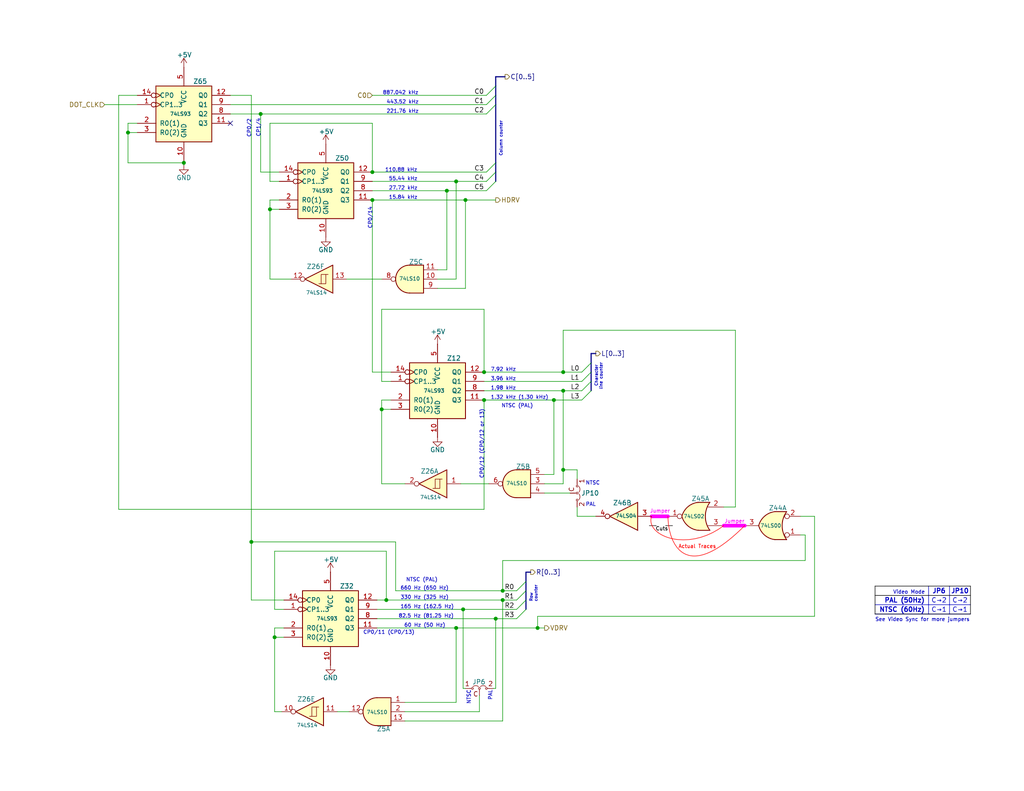
<source format=kicad_sch>
(kicad_sch (version 20250114) (generator "eeschema") (generator_version "9.0")
  (paper "USLetter")
  (title_block (title "TRS-80 Model I Rev HE11E011520") (date "2025-06-15") (rev "E1A") (company "RetroStack - Marcel Erz") (comment 2 "Counters for columns, rows, and character lines") (comment 4 "Video Counter"))
  (lib_symbols
    (symbol "74LS10_1" (pin_names (offset 1.016))
      (property "Reference" "Z5" (at -1.778 -4.699 0))
      (property "Value" "74LS10" (at 0 -0.127 0))
      (symbol "74LS10_1_1_1"
        (pin input line (at -7.62 2.54 0) (length 3.81) (name "~") (number "1"))
        (pin input line (at -7.62 0 0) (length 3.81) (name "~") (number "2"))
        (pin input line (at -7.62 -2.54 0) (length 3.81) (name "~") (number "13"))
        (pin output inverted (at 7.62 0 180) (length 3.81) (name "~") (number "12"))
      )
      (symbol "74LS10_1_1_2"
        (pin input inverted (at -7.62 2.54 0) (length 4.318) (name "~") (number "1"))
        (pin input inverted (at -7.62 0 0) (length 4.953) (name "~") (number "2"))
        (pin input inverted (at -7.62 -2.54 0) (length 4.318) (name "~") (number "13"))
        (pin output line (at 7.62 0 180) (length 3.81) (name "~") (number "12"))
      )
      (symbol "74LS10_1_2_1"
        (pin input line (at -7.62 2.54 0) (length 3.81) (name "~") (number "4"))
        (pin input line (at -7.62 0 0) (length 3.81) (name "~") (number "3"))
        (pin input line (at -7.62 -2.54 0) (length 3.81) (name "~") (number "5"))
        (pin output inverted (at 7.62 0 180) (length 3.81) (name "~") (number "6"))
      )
      (symbol "74LS10_1_2_2"
        (pin input inverted (at -7.62 2.54 0) (length 4.318) (name "~") (number "3"))
        (pin input inverted (at -7.62 0 0) (length 4.953) (name "~") (number "4"))
        (pin input inverted (at -7.62 -2.54 0) (length 4.318) (name "~") (number "5"))
        (pin output line (at 7.62 0 180) (length 3.81) (name "~") (number "6"))
      )
      (symbol "74LS10_1_3_1"
        (pin input line (at -7.62 2.54 0) (length 3.81) (name "~") (number "9"))
        (pin input line (at -7.62 0 0) (length 3.81) (name "~") (number "10"))
        (pin input line (at -7.62 -2.54 0) (length 3.81) (name "~") (number "11"))
        (pin output inverted (at 7.62 0 180) (length 3.81) (name "~") (number "8"))
      )
      (symbol "74LS10_1_3_2"
        (pin input inverted (at -7.62 2.54 0) (length 4.318) (name "~") (number "9"))
        (pin input inverted (at -7.62 0 0) (length 4.953) (name "~") (number "10"))
        (pin input inverted (at -7.62 -2.54 0) (length 4.318) (name "~") (number "11"))
        (pin output line (at 7.62 0 180) (length 3.81) (name "~") (number "8"))
      )
      (symbol "74LS10_1_4_0"
        (pin power_in line (at 0 12.7 270) (length 5.08) (name "VCC") (number "14"))
        (pin power_in line (at 0 -12.7 90) (length 5.08) (name "GND") (number "7"))
      )
    )
    (symbol "74LS10_2" (pin_names (offset 1.016))
      (property "Reference" "Z5" (at -1.778 -4.699 0))
      (property "Value" "74LS10" (at 0 -0.127 0))
      (symbol "74LS10_2_1_1"
        (pin input line (at -7.62 2.54 0) (length 3.81) (name "~") (number "1"))
        (pin input line (at -7.62 0 0) (length 3.81) (name "~") (number "2"))
        (pin input line (at -7.62 -2.54 0) (length 3.81) (name "~") (number "13"))
        (pin output inverted (at 7.62 0 180) (length 3.81) (name "~") (number "12"))
      )
      (symbol "74LS10_2_1_2"
        (pin input inverted (at -7.62 2.54 0) (length 4.318) (name "~") (number "1"))
        (pin input inverted (at -7.62 0 0) (length 4.953) (name "~") (number "2"))
        (pin input inverted (at -7.62 -2.54 0) (length 4.318) (name "~") (number "13"))
        (pin output line (at 7.62 0 180) (length 3.81) (name "~") (number "12"))
      )
      (symbol "74LS10_2_2_1"
        (pin input line (at -7.62 2.54 0) (length 3.81) (name "~") (number "4"))
        (pin input line (at -7.62 0 0) (length 3.81) (name "~") (number "3"))
        (pin input line (at -7.62 -2.54 0) (length 3.81) (name "~") (number "5"))
        (pin output inverted (at 7.62 0 180) (length 3.81) (name "~") (number "6"))
      )
      (symbol "74LS10_2_2_2"
        (pin input inverted (at -7.62 2.54 0) (length 4.318) (name "~") (number "3"))
        (pin input inverted (at -7.62 0 0) (length 4.953) (name "~") (number "4"))
        (pin input inverted (at -7.62 -2.54 0) (length 4.318) (name "~") (number "5"))
        (pin output line (at 7.62 0 180) (length 3.81) (name "~") (number "6"))
      )
      (symbol "74LS10_2_3_1"
        (pin input line (at -7.62 2.54 0) (length 3.81) (name "~") (number "9"))
        (pin input line (at -7.62 0 0) (length 3.81) (name "~") (number "10"))
        (pin input line (at -7.62 -2.54 0) (length 3.81) (name "~") (number "11"))
        (pin output inverted (at 7.62 0 180) (length 3.81) (name "~") (number "8"))
      )
      (symbol "74LS10_2_3_2"
        (pin input inverted (at -7.62 2.54 0) (length 4.318) (name "~") (number "9"))
        (pin input inverted (at -7.62 0 0) (length 4.953) (name "~") (number "10"))
        (pin input inverted (at -7.62 -2.54 0) (length 4.318) (name "~") (number "11"))
        (pin output line (at 7.62 0 180) (length 3.81) (name "~") (number "8"))
      )
      (symbol "74LS10_2_4_0"
        (pin power_in line (at 0 12.7 270) (length 5.08) (name "VCC") (number "14"))
        (pin power_in line (at 0 -12.7 90) (length 5.08) (name "GND") (number "7"))
      )
    )
    (symbol "74xx:74LS00" (pin_names (offset 1.016))
      (property "Reference" "U" (at 0 1.27 0))
      (property "Value" "74LS00" (at 0 -1.27 0))
      (symbol "74LS00_1_1"
        (pin input line (at -7.62 2.54 0) (length 3.81) (name "~") (number "1"))
        (pin input line (at -7.62 -2.54 0) (length 3.81) (name "~") (number "2"))
        (pin output inverted (at 7.62 0 180) (length 3.81) (name "~") (number "3"))
      )
      (symbol "74LS00_1_2"
        (pin input inverted (at -7.62 2.54 0) (length 4.318) (name "~") (number "1"))
        (pin input inverted (at -7.62 -2.54 0) (length 4.318) (name "~") (number "2"))
        (pin output line (at 7.62 0 180) (length 3.81) (name "~") (number "3"))
      )
      (symbol "74LS00_2_1"
        (pin input line (at -7.62 2.54 0) (length 3.81) (name "~") (number "4"))
        (pin input line (at -7.62 -2.54 0) (length 3.81) (name "~") (number "5"))
        (pin output inverted (at 7.62 0 180) (length 3.81) (name "~") (number "6"))
      )
      (symbol "74LS00_2_2"
        (pin input inverted (at -7.62 2.54 0) (length 4.318) (name "~") (number "4"))
        (pin input inverted (at -7.62 -2.54 0) (length 4.318) (name "~") (number "5"))
        (pin output line (at 7.62 0 180) (length 3.81) (name "~") (number "6"))
      )
      (symbol "74LS00_3_1"
        (pin input line (at -7.62 2.54 0) (length 3.81) (name "~") (number "9"))
        (pin input line (at -7.62 -2.54 0) (length 3.81) (name "~") (number "10"))
        (pin output inverted (at 7.62 0 180) (length 3.81) (name "~") (number "8"))
      )
      (symbol "74LS00_3_2"
        (pin input inverted (at -7.62 2.54 0) (length 4.318) (name "~") (number "9"))
        (pin input inverted (at -7.62 -2.54 0) (length 4.318) (name "~") (number "10"))
        (pin output line (at 7.62 0 180) (length 3.81) (name "~") (number "8"))
      )
      (symbol "74LS00_4_1"
        (pin input line (at -7.62 2.54 0) (length 3.81) (name "~") (number "12"))
        (pin input line (at -7.62 -2.54 0) (length 3.81) (name "~") (number "13"))
        (pin output inverted (at 7.62 0 180) (length 3.81) (name "~") (number "11"))
      )
      (symbol "74LS00_4_2"
        (pin input inverted (at -7.62 2.54 0) (length 4.318) (name "~") (number "12"))
        (pin input inverted (at -7.62 -2.54 0) (length 4.318) (name "~") (number "13"))
        (pin output line (at 7.62 0 180) (length 3.81) (name "~") (number "11"))
      )
      (symbol "74LS00_5_0"
        (pin power_in line (at 0 12.7 270) (length 5.08) (name "VCC") (number "14"))
        (pin power_in line (at 0 -12.7 90) (length 5.08) (name "GND") (number "7"))
      )
    )
    (symbol "74xx:74LS02" (pin_names (offset 1.016))
      (property "Reference" "U" (at 0 1.27 0))
      (property "Value" "74LS02" (at 0 -1.27 0))
      (symbol "74LS02_1_1"
        (pin input line (at -7.62 2.54 0) (length 4.318) (name "~") (number "2"))
        (pin input line (at -7.62 -2.54 0) (length 4.318) (name "~") (number "3"))
        (pin output inverted (at 7.62 0 180) (length 3.81) (name "~") (number "1"))
      )
      (symbol "74LS02_1_2"
        (pin input inverted (at -7.62 2.54 0) (length 3.81) (name "~") (number "2"))
        (pin input inverted (at -7.62 -2.54 0) (length 3.81) (name "~") (number "3"))
        (pin output line (at 7.62 0 180) (length 3.81) (name "~") (number "1"))
      )
      (symbol "74LS02_2_1"
        (pin input line (at -7.62 2.54 0) (length 4.318) (name "~") (number "5"))
        (pin input line (at -7.62 -2.54 0) (length 4.318) (name "~") (number "6"))
        (pin output inverted (at 7.62 0 180) (length 3.81) (name "~") (number "4"))
      )
      (symbol "74LS02_2_2"
        (pin input inverted (at -7.62 2.54 0) (length 3.81) (name "~") (number "5"))
        (pin input inverted (at -7.62 -2.54 0) (length 3.81) (name "~") (number "6"))
        (pin output line (at 7.62 0 180) (length 3.81) (name "~") (number "4"))
      )
      (symbol "74LS02_3_1"
        (pin input line (at -7.62 2.54 0) (length 4.318) (name "~") (number "8"))
        (pin input line (at -7.62 -2.54 0) (length 4.318) (name "~") (number "9"))
        (pin output inverted (at 7.62 0 180) (length 3.81) (name "~") (number "10"))
      )
      (symbol "74LS02_3_2"
        (pin input inverted (at -7.62 2.54 0) (length 3.81) (name "~") (number "8"))
        (pin input inverted (at -7.62 -2.54 0) (length 3.81) (name "~") (number "9"))
        (pin output line (at 7.62 0 180) (length 3.81) (name "~") (number "10"))
      )
      (symbol "74LS02_4_1"
        (pin input line (at -7.62 2.54 0) (length 4.318) (name "~") (number "11"))
        (pin input line (at -7.62 -2.54 0) (length 4.318) (name "~") (number "12"))
        (pin output inverted (at 7.62 0 180) (length 3.81) (name "~") (number "13"))
      )
      (symbol "74LS02_4_2"
        (pin input inverted (at -7.62 2.54 0) (length 3.81) (name "~") (number "11"))
        (pin input inverted (at -7.62 -2.54 0) (length 3.81) (name "~") (number "12"))
        (pin output line (at 7.62 0 180) (length 3.81) (name "~") (number "13"))
      )
      (symbol "74LS02_5_0"
        (pin power_in line (at 0 12.7 270) (length 5.08) (name "VCC") (number "14"))
        (pin power_in line (at 0 -12.7 90) (length 5.08) (name "GND") (number "7"))
      )
    )
    (symbol "74xx:74LS04"
      (property "Reference" "U" (at 0 1.27 0))
      (property "Value" "74LS04" (at 0 -1.27 0))
      (symbol "74LS04_1_0"
        (pin input line (at -7.62 0 0) (length 3.81) (name "~") (number "1"))
        (pin output inverted (at 7.62 0 180) (length 3.81) (name "~") (number "2"))
      )
      (symbol "74LS04_2_0"
        (pin input line (at -7.62 0 0) (length 3.81) (name "~") (number "3"))
        (pin output inverted (at 7.62 0 180) (length 3.81) (name "~") (number "4"))
      )
      (symbol "74LS04_3_0"
        (pin input line (at -7.62 0 0) (length 3.81) (name "~") (number "5"))
        (pin output inverted (at 7.62 0 180) (length 3.81) (name "~") (number "6"))
      )
      (symbol "74LS04_4_0"
        (pin input line (at -7.62 0 0) (length 3.81) (name "~") (number "9"))
        (pin output inverted (at 7.62 0 180) (length 3.81) (name "~") (number "8"))
      )
      (symbol "74LS04_5_0"
        (pin input line (at -7.62 0 0) (length 3.81) (name "~") (number "11"))
        (pin output inverted (at 7.62 0 180) (length 3.81) (name "~") (number "10"))
      )
      (symbol "74LS04_6_0"
        (pin input line (at -7.62 0 0) (length 3.81) (name "~") (number "13"))
        (pin output inverted (at 7.62 0 180) (length 3.81) (name "~") (number "12"))
      )
      (symbol "74LS04_7_0"
        (pin power_in line (at 0 12.7 270) (length 5.08) (name "VCC") (number "14"))
        (pin power_in line (at 0 -12.7 90) (length 5.08) (name "GND") (number "7"))
      )
    )
    (symbol "74xx:74LS10" (pin_names (offset 1.016))
      (property "Reference" "Z5" (at -1.778 -4.699 0))
      (property "Value" "74LS10" (at 0 -0.127 0))
      (symbol "74LS10_1_1"
        (pin input line (at -7.62 2.54 0) (length 3.81) (name "~") (number "1"))
        (pin input line (at -7.62 0 0) (length 3.81) (name "~") (number "2"))
        (pin input line (at -7.62 -2.54 0) (length 3.81) (name "~") (number "13"))
        (pin output inverted (at 7.62 0 180) (length 3.81) (name "~") (number "12"))
      )
      (symbol "74LS10_1_2"
        (pin input inverted (at -7.62 2.54 0) (length 4.318) (name "~") (number "1"))
        (pin input inverted (at -7.62 0 0) (length 4.953) (name "~") (number "2"))
        (pin input inverted (at -7.62 -2.54 0) (length 4.318) (name "~") (number "13"))
        (pin output line (at 7.62 0 180) (length 3.81) (name "~") (number "12"))
      )
      (symbol "74LS10_2_1"
        (pin input line (at -7.62 2.54 0) (length 3.81) (name "~") (number "4"))
        (pin input line (at -7.62 0 0) (length 3.81) (name "~") (number "3"))
        (pin input line (at -7.62 -2.54 0) (length 3.81) (name "~") (number "5"))
        (pin output inverted (at 7.62 0 180) (length 3.81) (name "~") (number "6"))
      )
      (symbol "74LS10_2_2"
        (pin input inverted (at -7.62 2.54 0) (length 4.318) (name "~") (number "3"))
        (pin input inverted (at -7.62 0 0) (length 4.953) (name "~") (number "4"))
        (pin input inverted (at -7.62 -2.54 0) (length 4.318) (name "~") (number "5"))
        (pin output line (at 7.62 0 180) (length 3.81) (name "~") (number "6"))
      )
      (symbol "74LS10_3_1"
        (pin input line (at -7.62 2.54 0) (length 3.81) (name "~") (number "9"))
        (pin input line (at -7.62 0 0) (length 3.81) (name "~") (number "10"))
        (pin input line (at -7.62 -2.54 0) (length 3.81) (name "~") (number "11"))
        (pin output inverted (at 7.62 0 180) (length 3.81) (name "~") (number "8"))
      )
      (symbol "74LS10_3_2"
        (pin input inverted (at -7.62 2.54 0) (length 4.318) (name "~") (number "9"))
        (pin input inverted (at -7.62 0 0) (length 4.953) (name "~") (number "10"))
        (pin input inverted (at -7.62 -2.54 0) (length 4.318) (name "~") (number "11"))
        (pin output line (at 7.62 0 180) (length 3.81) (name "~") (number "8"))
      )
      (symbol "74LS10_4_0"
        (pin power_in line (at 0 12.7 270) (length 5.08) (name "VCC") (number "14"))
        (pin power_in line (at 0 -12.7 90) (length 5.08) (name "GND") (number "7"))
      )
    )
    (symbol "74xx:74LS14" (pin_names (offset 1.016))
      (property "Reference" "U" (at 0 1.27 0))
      (property "Value" "74LS14" (at 0 -1.27 0))
      (symbol "74LS14_1_0"
        (pin input line (at -7.62 0 0) (length 3.81) (name "~") (number "1"))
        (pin output inverted (at 7.62 0 180) (length 3.81) (name "~") (number "2"))
      )
      (symbol "74LS14_2_0"
        (pin input line (at -7.62 0 0) (length 3.81) (name "~") (number "3"))
        (pin output inverted (at 7.62 0 180) (length 3.81) (name "~") (number "4"))
      )
      (symbol "74LS14_3_0"
        (pin input line (at -7.62 0 0) (length 3.81) (name "~") (number "5"))
        (pin output inverted (at 7.62 0 180) (length 3.81) (name "~") (number "6"))
      )
      (symbol "74LS14_4_0"
        (pin input line (at -7.62 0 0) (length 3.81) (name "~") (number "9"))
        (pin output inverted (at 7.62 0 180) (length 3.81) (name "~") (number "8"))
      )
      (symbol "74LS14_5_0"
        (pin input line (at -7.62 0 0) (length 3.81) (name "~") (number "11"))
        (pin output inverted (at 7.62 0 180) (length 3.81) (name "~") (number "10"))
      )
      (symbol "74LS14_6_0"
        (pin input line (at -7.62 0 0) (length 3.81) (name "~") (number "13"))
        (pin output inverted (at 7.62 0 180) (length 3.81) (name "~") (number "12"))
      )
      (symbol "74LS14_7_0"
        (pin power_in line (at 0 12.7 270) (length 5.08) (name "VCC") (number "14"))
        (pin power_in line (at 0 -12.7 90) (length 5.08) (name "GND") (number "7"))
      )
    )
    (symbol "74xx:74LS93" (pin_names (offset 1.016))
      (property "Reference" "U" (at -7.62 8.89 0))
      (property "Value" "74LS93" (at -7.62 -8.89 0))
      (symbol "74LS93_1_0"
        (pin input inverted_clock (at -12.7 5.08 0) (length 5.08) (name "CP0") (number "14"))
        (pin input inverted_clock (at -12.7 2.54 0) (length 5.08) (name "CP1..3") (number "1"))
        (pin input line (at -12.7 -2.54 0) (length 5.08) (name "R0(1)") (number "2"))
        (pin input line (at -12.7 -5.08 0) (length 5.08) (name "R0(2)") (number "3"))
        (pin power_in line (at 0 12.7 270) (length 5.08) (name "VCC") (number "5"))
        (pin power_in line (at 0 -12.7 90) (length 5.08) (name "GND") (number "10"))
        (pin output line (at 12.7 5.08 180) (length 5.08) (name "Q0") (number "12"))
        (pin output line (at 12.7 2.54 180) (length 5.08) (name "Q1") (number "9"))
        (pin output line (at 12.7 0 180) (length 5.08) (name "Q2") (number "8"))
        (pin output line (at 12.7 -2.54 180) (length 5.08) (name "Q3") (number "11"))
      )
    )
    (symbol "Library:TRS80_Model_I_Jumper_3_Jap" (pin_numbers (hide yes)) (pin_names (offset 0) (hide yes))
      (property "Reference" "JP" (at 0 2.794 0))
      (property "Value" "TRS80_Model_I_Jumper_3_Jap" (at 0 -2.286 0))
      (symbol "TRS80_Model_I_Jumper_3_Jap_1_1"
        (text "1" (at -2.032 1.27 0) (effects (font (size 1.27 1.27))))
        (text "C" (at 0.254 -1.524 0) (effects (font (size 1.27 1.27))))
        (text "2" (at 4.318 1.27 0) (effects (font (size 1.27 1.27))))
        (pin passive line (at -2.54 0 0) (length 1.27) (name "A") (number "1"))
        (pin passive line (at 1.27 -1.905 90) (length 1.27) (name "B") (number "2"))
        (pin passive line (at 5.08 0 180) (length 1.27) (name "A") (number "3"))
      )
    )
    (symbol "power:+5V" (power) (pin_numbers (hide yes)) (pin_names (offset 0) (hide yes))
      (property "Value" "+5V" (at 0 3.556 0))
      (symbol "+5V_1_1"
        (pin power_in line (at 0 0 90) (length 0) (name "~") (number "1"))
      )
    )
    (symbol "power:GND" (power) (pin_numbers (hide yes)) (pin_names (offset 0) (hide yes))
      (property "Value" "GND" (at 0 -3.81 0))
      (symbol "GND_1_1"
        (pin power_in line (at 0 0 270) (length 0) (name "~") (number "1"))
      )
    )
  )
  (bezier (pts (xy 197.485 143.51) (xy 187.325 151.13) (xy 175.895 146.05) (xy 177.8 140.97)) (stroke (width 0) (color 255 0 0 1)))
  (bezier (pts (xy 203.2 143.51) (xy 186.69 160.02) (xy 182.245 147.955) (xy 182.245 140.97)) (stroke (width 0) (color 255 0 0 1)))
  (text "Cuts" (at 180.594 144.526 0) (effects (font (size 1 1))))
  (text "Jumper" (at 200.406 142.494 0) (effects (font (size 1 1))))
  (text "7.92 kHz" (at 133.858 101.6 0) (effects (font (size 1 1)) (justify left bottom)))
  (text "660 Hz (650 Hz)" (at 109.22 161.29 0) (effects (font (size 1 1)) (justify left bottom)))
  (text "CP0/2" (at 68.58 32.512 90) (effects (font (size 1 1)) (justify right bottom)))
  (text "1.98 kHz" (at 133.858 106.68 0) (effects (font (size 1 1)) (justify left bottom)))
  (text "NTSC (PAL)" (at 136.779 111.506 0) (effects (font (size 1 1)) (justify left bottom)))
  (text "60 Hz (50 Hz)" (at 110.236 171.45 0) (effects (font (size 1 1)) (justify left bottom)))
  (text "1.32 kHz (1.30 kHz)" (at 133.858 109.22 0) (effects (font (size 1 1)) (justify left bottom)))
  (text "Character \nline counter" (at 164.465 99.06 90) (effects (font (size 0.8 0.8)) (justify right bottom)))
  (text "82.5 Hz (81.25 Hz)" (at 108.712 168.91 0) (effects (font (size 1 1)) (justify left bottom)))
  (text "27.72 kHz" (at 106.045 52.07 0) (effects (font (size 1 1)) (justify left bottom)))
  (text "CP0/11 (CP0/13)" (at 99.06 173.355 0) (effects (font (size 1 1)) (justify left bottom)))
  (text "3.96 kHz" (at 133.858 104.14 0) (effects (font (size 1 1)) (justify left bottom)))
  (text "110.88 kHz" (at 105.029 47.117 0) (effects (font (size 1 1)) (justify left bottom)))
  (text "CP1/4" (at 71.12 32.385 90) (effects (font (size 1 1)) (justify right bottom)))
  (text "221.76 kHz" (at 105.41 31.115 0) (effects (font (size 1 1)) (justify left bottom)))
  (text "55.44 kHz" (at 106.045 49.53 0) (effects (font (size 1 1)) (justify left bottom)))
  (text "15.84 kHz" (at 106.045 54.61 0) (effects (font (size 1 1)) (justify left bottom)))
  (text "887.042 kHz" (at 104.394 26.035 0) (effects (font (size 1 1)) (justify left bottom)))
  (text "330 Hz (325 Hz)" (at 109.22 163.83 0) (effects (font (size 1 1)) (justify left bottom)))
  (text "Column counter" (at 137.16 33.02 90) (effects (font (size 0.8 0.8)) (justify right bottom)))
  (text "Jumper" (at 180.086 139.7 0) (effects (font (size 1 1))))
  (text "Row\ncounter" (at 146.685 164.465 90) (effects (font (size 0.8 0.8)) (justify left bottom)))
  (text "NTSC" (at 159.766 132.588 0) (effects (font (size 1 1)) (justify left bottom)))
  (text "NTSC (PAL)" (at 110.744 159.004 0) (effects (font (size 1 1)) (justify left bottom)))
  (text "PAL" (at 134.366 188.468 90) (effects (font (size 1 1)) (justify right bottom)))
  (text "CP0/12 (CP0/12 or 13)" (at 132.08 111.76 90) (effects (font (size 1 1)) (justify right bottom)))
  (text "443.52 kHz" (at 105.41 28.575 0) (effects (font (size 1 1)) (justify left bottom)))
  (text "See Video Sync for more jumpers" (at 238.76 169.291 0) (effects (font (size 1 1)) (justify left)))
  (text "NTSC" (at 128.524 188.468 90) (effects (font (size 1 1)) (justify right bottom)))
  (text "CP0/14" (at 101.6 56.515 90) (effects (font (size 1 1)) (justify right bottom)))
  (text "165 Hz (162.5 Hz)" (at 109.22 166.37 0) (effects (font (size 1 1)) (justify left bottom)))
  (text "PAL" (at 159.766 138.43 0) (effects (font (size 1 1)) (justify left bottom)))
  (text "Actual Traces" (at 190.246 149.352 0) (effects (font (size 1 1))))
  (junction (at 101.6 54.61))
  (junction (at 135.255 168.91))
  (junction (at 146.685 171.45))
  (junction (at 50.165 44.45))
  (junction (at 124.46 171.45))
  (junction (at 151.13 109.22))
  (junction (at 124.46 49.53))
  (junction (at 137.16 163.83))
  (junction (at 153.67 128.27))
  (junction (at 153.67 106.68))
  (junction (at 126.365 166.37))
  (junction (at 127 54.61))
  (junction (at 132.08 101.6))
  (junction (at 68.58 147.955))
  (junction (at 132.08 109.22))
  (junction (at 73.66 57.15))
  (junction (at 121.92 52.07))
  (junction (at 34.925 36.195))
  (junction (at 153.67 101.6))
  (junction (at 71.12 31.115))
  (junction (at 137.16 161.29))
  (junction (at 74.93 173.99))
  (junction (at 105.41 163.83))
  (junction (at 104.14 111.76))
  (junction (at 101.6 46.99))
  (no_connect (at 62.865 33.655))
  (bus_entry (at 132.715 28.575) (size 2.54 -2.54))
  (bus_entry (at 158.75 104.14) (size 2.54 -2.54))
  (bus_entry (at 132.715 52.07) (size 2.54 -2.54))
  (bus_entry (at 132.715 49.53) (size 2.54 -2.54))
  (bus_entry (at 140.97 168.91) (size 2.54 -2.54))
  (bus_entry (at 132.715 46.99) (size 2.54 -2.54))
  (bus_entry (at 132.715 31.115) (size 2.54 -2.54))
  (bus_entry (at 158.75 101.6) (size 2.54 -2.54))
  (bus_entry (at 140.97 163.83) (size 2.54 -2.54))
  (bus_entry (at 158.75 109.22) (size 2.54 -2.54))
  (bus_entry (at 132.715 26.035) (size 2.54 -2.54))
  (bus_entry (at 158.75 106.68) (size 2.54 -2.54))
  (bus_entry (at 140.97 166.37) (size 2.54 -2.54))
  (bus_entry (at 140.97 161.29) (size 2.54 -2.54))
  (bus (pts (xy 135.255 28.575) (xy 135.255 26.035)))
  (wire (pts (xy 137.16 163.83) (xy 140.97 163.83)))
  (bus (pts (xy 143.51 166.37) (xy 143.51 163.83)))
  (wire (pts (xy 148.59 132.08) (xy 153.67 132.08)))
  (wire (pts (xy 105.41 150.495) (xy 105.41 163.83)))
  (polyline (pts (xy 177.165 143.51) (xy 179.07 143.51)) (stroke (width 0) (type solid) (color 0 0 0 1)))
  (bus (pts (xy 161.29 96.52) (xy 162.56 96.52)))
  (wire (pts (xy 101.6 52.07) (xy 121.92 52.07)))
  (wire (pts (xy 92.075 194.31) (xy 95.25 194.31)))
  (wire (pts (xy 79.375 76.2) (xy 73.66 76.2)))
  (wire (pts (xy 124.46 171.45) (xy 146.685 171.45)))
  (wire (pts (xy 74.93 166.37) (xy 74.93 150.495)))
  (wire (pts (xy 104.14 111.76) (xy 106.68 111.76)))
  (wire (pts (xy 127 54.61) (xy 135.255 54.61)))
  (wire (pts (xy 34.925 36.195) (xy 37.465 36.195)))
  (wire (pts (xy 126.365 166.37) (xy 140.97 166.37)))
  (wire (pts (xy 135.255 187.96) (xy 134.62 187.96)))
  (wire (pts (xy 73.66 33.655) (xy 101.6 33.655)))
  (wire (pts (xy 222.25 168.275) (xy 146.685 168.275)))
  (wire (pts (xy 126.365 166.37) (xy 126.365 187.96)))
  (wire (pts (xy 200.66 138.43) (xy 197.485 138.43)))
  (wire (pts (xy 62.865 31.115) (xy 71.12 31.115)))
  (wire (pts (xy 62.865 26.035) (xy 68.58 26.035)))
  (wire (pts (xy 146.685 168.275) (xy 146.685 171.45)))
  (wire (pts (xy 121.92 52.07) (xy 121.92 73.66)))
  (wire (pts (xy 101.6 33.655) (xy 101.6 46.99)))
  (wire (pts (xy 137.16 153.035) (xy 137.16 161.29)))
  (bus (pts (xy 135.255 49.53) (xy 135.255 46.99)))
  (wire (pts (xy 101.6 54.61) (xy 127 54.61)))
  (bus (pts (xy 135.255 46.99) (xy 135.255 44.45)))
  (wire (pts (xy 104.14 109.22) (xy 104.14 111.76)))
  (wire (pts (xy 50.165 44.45) (xy 50.165 43.815)))
  (wire (pts (xy 219.71 153.035) (xy 137.16 153.035)))
  (bus (pts (xy 161.29 106.68) (xy 161.29 104.14)))
  (wire (pts (xy 132.08 109.22) (xy 132.08 139.065)))
  (wire (pts (xy 197.485 143.51) (xy 203.2 143.51)) (stroke (width 1) (color 255 0 255 1)))
  (wire (pts (xy 76.835 194.31) (xy 74.93 194.31)))
  (wire (pts (xy 32.385 139.065) (xy 32.385 26.035)))
  (wire (pts (xy 146.685 171.45) (xy 148.59 171.45)))
  (wire (pts (xy 153.67 106.68) (xy 158.75 106.68)))
  (wire (pts (xy 101.6 46.99) (xy 132.715 46.99)))
  (wire (pts (xy 151.13 129.54) (xy 151.13 109.22)))
  (wire (pts (xy 73.66 57.15) (xy 76.2 57.15)))
  (wire (pts (xy 50.165 45.085) (xy 50.165 44.45)))
  (wire (pts (xy 218.44 146.05) (xy 219.71 146.05)))
  (wire (pts (xy 73.66 76.2) (xy 73.66 57.15)))
  (wire (pts (xy 74.93 171.45) (xy 77.47 171.45)))
  (bus (pts (xy 135.255 26.035) (xy 135.255 23.495)))
  (wire (pts (xy 76.2 49.53) (xy 73.66 49.53)))
  (wire (pts (xy 110.49 191.77) (xy 124.46 191.77)))
  (wire (pts (xy 124.46 191.77) (xy 124.46 171.45)))
  (bus (pts (xy 135.255 20.955) (xy 137.795 20.955)))
  (wire (pts (xy 32.385 26.035) (xy 37.465 26.035)))
  (wire (pts (xy 32.385 139.065) (xy 132.08 139.065)))
  (bus (pts (xy 161.29 101.6) (xy 161.29 99.06)))
  (bus (pts (xy 161.29 104.14) (xy 161.29 101.6)))
  (wire (pts (xy 110.49 196.85) (xy 137.16 196.85)))
  (wire (pts (xy 68.58 147.955) (xy 107.95 147.955)))
  (bus (pts (xy 143.51 156.21) (xy 144.78 156.21)))
  (wire (pts (xy 74.93 173.99) (xy 77.47 173.99)))
  (wire (pts (xy 76.2 46.99) (xy 71.12 46.99)))
  (wire (pts (xy 153.67 90.17) (xy 153.67 101.6)))
  (wire (pts (xy 34.925 36.195) (xy 34.925 44.45)))
  (wire (pts (xy 107.95 161.29) (xy 107.95 147.955)))
  (wire (pts (xy 218.44 140.97) (xy 222.25 140.97)))
  (wire (pts (xy 104.14 104.14) (xy 104.14 84.455)))
  (wire (pts (xy 125.73 132.08) (xy 133.35 132.08)))
  (wire (pts (xy 148.59 134.62) (xy 155.575 134.62)))
  (wire (pts (xy 34.925 33.655) (xy 37.465 33.655)))
  (wire (pts (xy 101.6 26.035) (xy 132.715 26.035)))
  (wire (pts (xy 102.87 168.91) (xy 135.255 168.91)))
  (wire (pts (xy 153.67 128.27) (xy 157.48 128.27)))
  (wire (pts (xy 73.66 54.61) (xy 76.2 54.61)))
  (wire (pts (xy 68.58 147.955) (xy 68.58 163.83)))
  (wire (pts (xy 110.49 194.31) (xy 130.81 194.31)))
  (wire (pts (xy 124.46 49.53) (xy 124.46 76.2)))
  (wire (pts (xy 104.14 84.455) (xy 132.08 84.455)))
  (bus (pts (xy 143.51 161.29) (xy 143.51 158.75)))
  (wire (pts (xy 101.6 54.61) (xy 101.6 101.6)))
  (wire (pts (xy 119.38 73.66) (xy 121.92 73.66)))
  (wire (pts (xy 101.6 101.6) (xy 106.68 101.6)))
  (wire (pts (xy 148.59 129.54) (xy 151.13 129.54)))
  (wire (pts (xy 71.12 31.115) (xy 71.12 46.99)))
  (wire (pts (xy 110.49 132.08) (xy 104.14 132.08)))
  (wire (pts (xy 107.95 161.29) (xy 137.16 161.29)))
  (wire (pts (xy 132.08 101.6) (xy 153.67 101.6)))
  (wire (pts (xy 28.575 28.575) (xy 37.465 28.575)))
  (bus (pts (xy 143.51 163.83) (xy 143.51 161.29)))
  (wire (pts (xy 68.58 26.035) (xy 68.58 147.955)))
  (wire (pts (xy 101.6 49.53) (xy 124.46 49.53)))
  (wire (pts (xy 34.925 44.45) (xy 50.165 44.45)))
  (wire (pts (xy 74.93 150.495) (xy 105.41 150.495)))
  (wire (pts (xy 119.38 78.74) (xy 127 78.74)))
  (wire (pts (xy 222.25 140.97) (xy 222.25 168.275)))
  (wire (pts (xy 157.48 140.97) (xy 162.56 140.97)))
  (bus (pts (xy 135.255 23.495) (xy 135.255 20.955)))
  (wire (pts (xy 124.46 49.53) (xy 132.715 49.53)))
  (wire (pts (xy 34.925 36.195) (xy 34.925 33.655)))
  (wire (pts (xy 153.67 128.27) (xy 153.67 132.08)))
  (wire (pts (xy 137.16 163.83) (xy 137.16 196.85)))
  (wire (pts (xy 106.68 104.14) (xy 104.14 104.14)))
  (wire (pts (xy 132.08 109.22) (xy 151.13 109.22)))
  (wire (pts (xy 104.14 111.76) (xy 104.14 132.08)))
  (wire (pts (xy 68.58 163.83) (xy 77.47 163.83)))
  (wire (pts (xy 77.47 166.37) (xy 74.93 166.37)))
  (wire (pts (xy 177.8 140.97) (xy 182.245 140.97)) (stroke (width 1) (color 255 0 255 1)))
  (wire (pts (xy 132.08 106.68) (xy 153.67 106.68)))
  (wire (pts (xy 127 54.61) (xy 127 78.74)))
  (wire (pts (xy 102.87 171.45) (xy 124.46 171.45)))
  (bus (pts (xy 143.51 158.75) (xy 143.51 156.21)))
  (wire (pts (xy 62.865 28.575) (xy 132.715 28.575)))
  (wire (pts (xy 135.255 168.91) (xy 140.97 168.91)))
  (wire (pts (xy 200.66 138.43) (xy 200.66 90.17)))
  (wire (pts (xy 73.66 57.15) (xy 73.66 54.61)))
  (wire (pts (xy 132.08 84.455) (xy 132.08 101.6)))
  (wire (pts (xy 121.92 52.07) (xy 132.715 52.07)))
  (wire (pts (xy 119.38 76.2) (xy 124.46 76.2)))
  (wire (pts (xy 219.71 146.05) (xy 219.71 153.035)))
  (wire (pts (xy 102.87 163.83) (xy 105.41 163.83)))
  (wire (pts (xy 130.81 189.865) (xy 130.81 194.31)))
  (wire (pts (xy 94.615 76.2) (xy 104.14 76.2)))
  (wire (pts (xy 137.16 161.29) (xy 140.97 161.29)))
  (wire (pts (xy 151.13 109.22) (xy 158.75 109.22)))
  (wire (pts (xy 73.66 49.53) (xy 73.66 33.655)))
  (wire (pts (xy 153.67 101.6) (xy 158.75 101.6)))
  (wire (pts (xy 74.93 173.99) (xy 74.93 171.45)))
  (polyline (pts (xy 181.61 143.51) (xy 183.515 143.51)) (stroke (width 0) (type solid) (color 0 0 0 1)))
  (wire (pts (xy 105.41 163.83) (xy 137.16 163.83)))
  (wire (pts (xy 71.12 31.115) (xy 132.715 31.115)))
  (wire (pts (xy 74.93 194.31) (xy 74.93 173.99)))
  (wire (pts (xy 200.66 90.17) (xy 153.67 90.17)))
  (wire (pts (xy 157.48 138.43) (xy 157.48 140.97)))
  (wire (pts (xy 104.14 109.22) (xy 106.68 109.22)))
  (wire (pts (xy 153.67 106.68) (xy 153.67 128.27)))
  (bus (pts (xy 135.255 44.45) (xy 135.255 28.575)))
  (bus (pts (xy 161.29 99.06) (xy 161.29 96.52)))
  (wire (pts (xy 135.255 168.91) (xy 135.255 187.96)))
  (wire (pts (xy 132.08 104.14) (xy 158.75 104.14)))
  (wire (pts (xy 102.87 166.37) (xy 126.365 166.37)))
  (wire (pts (xy 126.365 187.96) (xy 127 187.96)))
  (wire (pts (xy 157.48 128.27) (xy 157.48 130.81)))
  (table (column_count 3) (border (external yes) (header yes) (stroke (width 0.3) (color 0 0 0 1))) (separators (rows yes) (cols yes)) (column_widths 14.605 5.715 5.715) (row_heights 2.54 2.54 2.54 0) (cells (table_cell "Video Mode" (at 238.76 160.02 0) (size 14.605 2.54) (margins 0.9525 0.9525 0.9525 0.9525) (span 1 1)) (table_cell "JP6" (at 253.365 160.02 0) (size 5.715 2.54) (margins 0.9525 0.9525 0.9525 0.9525) (span 1 1)) (table_cell "JP10" (at 259.08 160.02 0) (size 5.715 2.54) (margins 0.9525 0.9525 0.9525 0.9525) (span 1 1)) (table_cell "PAL (50Hz)" (at 238.76 162.56 0) (size 14.605 2.54) (margins 0.9525 0.9525 0.9525 0.9525) (span 1 1)) (table_cell "C→2" (at 253.365 162.56 0) (size 5.715 2.54) (margins 0.9525 0.9525 0.9525 0.9525) (span 1 1)) (table_cell "C→2" (at 259.08 162.56 0) (size 5.715 2.54) (margins 0.9525 0.9525 0.9525 0.9525) (span 1 1)) (table_cell "NTSC (60Hz)" (at 238.76 165.1 0) (size 14.605 2.54) (margins 0.9525 0.9525 0.9525 0.9525) (span 1 1)) (table_cell "C→1" (at 253.365 165.1 0) (size 5.715 2.54) (margins 0.9525 0.9525 0.9525 0.9525) (span 1 1)) (table_cell "C→1" (at 259.08 165.1 0) (size 5.715 2.54) (margins 0.9525 0.9525 0.9525 0.9525) (span 1 1)) (table_cell "" (at 238.76 167.64 0) (size 14.605 0) (margins 0.9525 0.9525 0.9525 0.9525) (span 1 1)) (table_cell "" (at 253.365 167.64 0) (size 5.715 0) (margins 0.9525 0.9525 0.9525 0.9525) (span 1 1)) (table_cell "" (at 259.08 167.64 0) (size 5.715 0) (margins 0.9525 0.9525 0.9525 0.9525) (span 1 1))))
  (label "R1" (at 140.335 163.83 180))
  (label "L2" (at 158.115 106.68 180))
  (label "C2" (at 132.08 31.115 180))
  (label "L1" (at 158.115 104.14 180))
  (label "C5" (at 132.08 52.07 180))
  (label "R2" (at 140.335 166.37 180))
  (label "C3" (at 132.08 46.99 180))
  (label "L3" (at 158.115 109.22 180))
  (label "R0" (at 140.335 161.29 180))
  (label "C4" (at 132.08 49.53 180))
  (label "C0" (at 132.08 26.035 180))
  (label "L0" (at 158.115 101.6 180))
  (label "R3" (at 140.335 168.91 180))
  (label "C1" (at 132.08 28.575 180))
  (hierarchical_label "L[0..3]" (shape output) (at 162.56 96.52 0))
  (hierarchical_label "R[0..3]" (shape output) (at 144.78 156.21 0))
  (hierarchical_label "C0" (shape input) (at 101.6 26.035 180))
  (hierarchical_label "HDRV" (shape output) (at 135.255 54.61 0))
  (hierarchical_label "C[0..5]" (shape output) (at 137.795 20.955 0))
  (hierarchical_label "DOT_CLK" (shape input) (at 28.575 28.575 180))
  (hierarchical_label "VDRV" (shape output) (at 148.59 171.45 0))
  (symbol (lib_id "power:+5V") (at 88.9 39.37 0) (unit 1)
    (property "Reference" "#PWR0115" (effects (hide yes)))
    (property "Value" "+5V" (at 89.027 35.941 0))
    (property "Description" "Power symbol creates a global label with name \"+5V\"" (effects (hide yes)))
  )
  (symbol (lib_id "74xx:74LS14") (at 118.11 132.08 180) (unit 1)
    (property "Reference" "Z26" (at 117.221 128.651 0))
    (property "Value" "74LS14" (at 117.475 135.763 0) (effects (font (size 1 1))))
    (property "Footprint" "Library:TRS80_Model_I_DIP14_Jap" (effects (hide yes)))
    (property "Datasheet" "http://www.ti.com/lit/gpn/sn74LS14" (effects (hide yes)))
    (property "Description" "Hex inverter schmitt trigger" (effects (hide yes)))
  )
  (symbol (lib_id "74xx:74LS02") (at 189.865 140.97 0) (mirror y) (unit 1)
    (property "Reference" "Z45" (at 191.135 136.144 0))
    (property "Value" "74LS02" (at 189.357 140.97 0) (effects (font (size 1 1))))
    (property "Footprint" "Library:TRS80_Model_I_DIP14_Jap" (effects (hide yes)))
    (property "Datasheet" "http://www.ti.com/lit/gpn/sn74ls02" (effects (hide yes)))
    (property "Description" "quad 2-input NOR gate" (effects (hide yes)))
  )
  (symbol (lib_id "power:+5V") (at 90.17 156.21 0) (unit 1)
    (property "Reference" "#PWR0118" (effects (hide yes)))
    (property "Value" "+5V" (at 90.297 152.781 0))
    (property "Description" "Power symbol creates a global label with name \"+5V\"" (effects (hide yes)))
  )
  (symbol (lib_id "74xx:74LS00") (at 210.82 143.51 180) (unit 1) (convert 2)
    (property "Reference" "Z44" (at 212.217 138.684 0))
    (property "Value" "74LS00" (at 210.312 143.51 0) (effects (font (size 1 1))))
    (property "Footprint" "Library:TRS80_Model_I_DIP14_Jap" (effects (hide yes)))
    (property "Datasheet" "http://www.ti.com/lit/gpn/sn74ls00" (effects (hide yes)))
    (property "Description" "quad 2-input NAND gate" (effects (hide yes)))
  )
  (symbol (lib_name "74LS10_2") (lib_id "74xx:74LS10") (at 111.76 76.2 180) (unit 3)
    (property "Reference" "Z5" (at 113.538 71.501 0))
    (property "Value" "74LS10" (at 111.76 76.073 0) (effects (font (size 1 1))))
    (property "Footprint" "Library:TRS80_Model_I_DIP14_Jap" (effects (hide yes)))
    (property "Datasheet" "http://www.ti.com/lit/gpn/sn74LS10" (effects (hide yes)))
    (property "Description" "Triple 3-input NAND" (effects (hide yes)))
  )
  (symbol (lib_id "74xx:74LS14") (at 84.455 194.31 180) (unit 5)
    (property "Reference" "Z26" (at 83.566 190.881 0))
    (property "Value" "74LS14" (at 83.82 197.993 0) (effects (font (size 1 1))))
    (property "Footprint" "Library:TRS80_Model_I_DIP14_Jap" (effects (hide yes)))
    (property "Datasheet" "http://www.ti.com/lit/gpn/sn74LS14" (effects (hide yes)))
    (property "Description" "Hex inverter schmitt trigger" (effects (hide yes)))
  )
  (symbol (lib_id "power:GND") (at 90.17 181.61 0) (unit 1)
    (property "Reference" "#PWR0127" (effects (hide yes)))
    (property "Value" "GND" (at 90.17 185.039 0))
    (property "Description" "Power symbol creates a global label with name \"GND\" , ground" (effects (hide yes)))
  )
  (symbol (lib_id "74xx:74LS93") (at 90.17 168.91 0) (unit 1)
    (property "Reference" "Z7" (at 92.71 160.02 0) (effects (justify left)))
    (property "Value" "74LS93" (at 86.36 168.91 0) (effects (font (size 1 1)) (justify left)))
    (property "Footprint" "Library:TRS80_Model_I_DIP14_Jap" (effects (hide yes)))
    (property "Datasheet" "http://www.ti.com/lit/gpn/sn74LS93" (effects (hide yes)))
    (instances (project "Replica" (path "" (reference "Z32") (unit 1))) (project "TRS80_Model_I_G_E1" (path "" (reference "Z7") (unit 1))))
  )
  (symbol (lib_id "power:+5V") (at 119.38 93.98 0) (unit 1)
    (property "Reference" "#PWR0122" (effects (hide yes)))
    (property "Value" "+5V" (at 119.507 90.551 0))
    (property "Description" "Power symbol creates a global label with name \"+5V\"" (effects (hide yes)))
  )
  (symbol (lib_id "power:GND") (at 50.165 45.085 0) (unit 1)
    (property "Reference" "#PWR098" (effects (hide yes)))
    (property "Value" "GND" (at 50.165 48.514 0))
    (property "Description" "Power symbol creates a global label with name \"GND\" , ground" (effects (hide yes)))
  )
  (symbol (lib_id "74xx:74LS93") (at 88.9 52.07 0) (unit 1)
    (property "Reference" "Z28" (at 91.44 43.18 0) (effects (justify left)))
    (property "Value" "74LS93" (at 85.09 52.07 0) (effects (font (size 1 1)) (justify left)))
    (property "Footprint" "Library:TRS80_Model_I_DIP14_Jap" (effects (hide yes)))
    (property "Datasheet" "http://www.ti.com/lit/gpn/sn74LS93" (effects (hide yes)))
    (instances (project "Replica" (path "" (reference "Z50") (unit 1))) (project "TRS80_Model_I_G_E1" (path "" (reference "Z28") (unit 1))))
  )
  (symbol (lib_name "74LS10_1") (lib_id "74xx:74LS10") (at 140.97 132.08 180) (unit 2)
    (property "Reference" "Z5" (at 142.748 127.381 0))
    (property "Value" "74LS10" (at 140.97 131.953 0) (effects (font (size 1 1))))
    (property "Footprint" "Library:TRS80_Model_I_DIP14_Jap" (effects (hide yes)))
    (property "Datasheet" "http://www.ti.com/lit/gpn/sn74LS10" (effects (hide yes)))
    (property "Description" "Triple 3-input NAND" (effects (hide yes)))
  )
  (symbol (lib_id "Library:TRS80_Model_I_Jumper_3_Jap") (at 129.54 187.96 0) (unit 1)
    (property "Reference" "JP6" (at 130.683 186.182 0))
    (property "Value" "TRS80_Model_I_Jumper_3_Jap" (effects (hide yes)))
    (property "Footprint" "Library:TRS80_Model_I_Jumper_3_Open_HFlipped_VFlipped_Jap" (effects (hide yes)))
    (property "Description" "Jumper, 2-pole, small symbol, open" (effects (hide yes)))
  )
  (symbol (lib_id "74xx:74LS93") (at 119.38 106.68 0) (unit 1)
    (property "Reference" "Z35" (at 121.92 97.79 0) (effects (justify left)))
    (property "Value" "74LS93" (at 115.57 106.68 0) (effects (font (size 1 1)) (justify left)))
    (property "Footprint" "Library:TRS80_Model_I_DIP14_Jap" (effects (hide yes)))
    (property "Datasheet" "http://www.ti.com/lit/gpn/sn74LS93" (effects (hide yes)))
    (instances (project "Replica" (path "" (reference "Z12") (unit 1))) (project "TRS80_Model_I_G_E1" (path "" (reference "Z35") (unit 1))))
  )
  (symbol (lib_id "74xx:74LS14") (at 86.995 76.2 180) (unit 6)
    (property "Reference" "Z26" (at 86.106 72.771 0))
    (property "Value" "74LS14" (at 86.36 79.883 0) (effects (font (size 1 1))))
    (property "Footprint" "Library:TRS80_Model_I_DIP14_Jap" (effects (hide yes)))
    (property "Datasheet" "http://www.ti.com/lit/gpn/sn74LS14" (effects (hide yes)))
    (property "Description" "Hex inverter schmitt trigger" (effects (hide yes)))
  )
  (symbol (lib_id "power:GND") (at 119.38 119.38 0) (unit 1)
    (property "Reference" "#PWR0129" (effects (hide yes)))
    (property "Value" "GND" (at 119.38 122.809 0))
    (property "Description" "Power symbol creates a global label with name \"GND\" , ground" (effects (hide yes)))
  )
  (symbol (lib_id "74xx:74LS10") (at 102.87 194.31 0) (mirror y) (unit 1)
    (property "Reference" "Z5" (at 104.648 199.009 0))
    (property "Value" "74LS10" (at 102.87 194.437 0) (effects (font (size 1 1))))
    (property "Footprint" "Library:TRS80_Model_I_DIP14_Jap" (effects (hide yes)))
    (property "Datasheet" "http://www.ti.com/lit/gpn/sn74LS10" (effects (hide yes)))
    (property "Description" "Triple 3-input NAND" (effects (hide yes)))
  )
  (symbol (lib_id "74xx:74LS04") (at 170.18 140.97 180) (unit 2)
    (property "Reference" "Z46" (at 169.799 137.287 0))
    (property "Value" "74LS04" (at 170.815 140.843 0) (effects (font (size 1 1))))
    (property "Footprint" "Library:TRS80_Model_I_DIP14_Jap" (effects (hide yes)))
    (property "Datasheet" "http://www.ti.com/lit/gpn/sn74LS04" (effects (hide yes)))
    (property "Description" "Hex Inverter" (effects (hide yes)))
  )
  (symbol (lib_id "power:GND") (at 88.9 64.77 0) (unit 1)
    (property "Reference" "#PWR0121" (effects (hide yes)))
    (property "Value" "GND" (at 88.9 68.199 0))
    (property "Description" "Power symbol creates a global label with name \"GND\" , ground" (effects (hide yes)))
  )
  (symbol (lib_id "Library:TRS80_Model_I_Jumper_3_Jap") (at 157.48 133.35 270) (unit 1)
    (property "Reference" "JP10" (at 161.036 134.62 90))
    (property "Value" "TRS80_Model_I_Jumper_3_Jap" (effects (hide yes)))
    (property "Footprint" "Library:TRS80_Model_I_Jumper_3_Open_HFlipped_Big_Jap" (effects (hide yes)))
    (property "Description" "Jumper, 2-pole, small symbol, open" (effects (hide yes)))
  )
  (symbol (lib_id "power:+5V") (at 50.165 18.415 0) (unit 1)
    (property "Reference" "#PWR097" (effects (hide yes)))
    (property "Value" "+5V" (at 50.292 14.986 0))
    (property "Description" "Power symbol creates a global label with name \"+5V\"" (effects (hide yes)))
  )
  (symbol (lib_id "74xx:74LS93") (at 50.165 31.115 0) (unit 1)
    (property "Reference" "Z34" (at 52.705 22.225 0) (effects (justify left)))
    (property "Value" "74LS93" (at 46.355 31.115 0) (effects (font (size 1 1)) (justify left)))
    (property "Footprint" "Library:TRS80_Model_I_DIP14_Jap" (effects (hide yes)))
    (property "Datasheet" "http://www.ti.com/lit/gpn/sn74LS93" (effects (hide yes)))
    (instances (project "Replica" (path "" (reference "Z65") (unit 1))) (project "TRS80_Model_I_G_E1" (path "" (reference "Z34") (unit 1))))
  )
)
</source>
